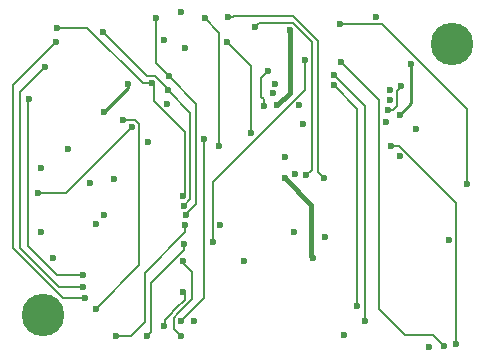
<source format=gbr>
%TF.GenerationSoftware,KiCad,Pcbnew,9.0.5*%
%TF.CreationDate,2026-01-13T20:57:06-06:00*%
%TF.ProjectId,Supplemental Monitoring PCB,53757070-6c65-46d6-956e-74616c204d6f,rev?*%
%TF.SameCoordinates,Original*%
%TF.FileFunction,Copper,L2,Inr*%
%TF.FilePolarity,Positive*%
%FSLAX46Y46*%
G04 Gerber Fmt 4.6, Leading zero omitted, Abs format (unit mm)*
G04 Created by KiCad (PCBNEW 9.0.5) date 2026-01-13 20:57:06*
%MOMM*%
%LPD*%
G01*
G04 APERTURE LIST*
%TA.AperFunction,ComponentPad*%
%ADD10C,3.600000*%
%TD*%
%TA.AperFunction,ViaPad*%
%ADD11C,0.600000*%
%TD*%
%TA.AperFunction,Conductor*%
%ADD12C,0.400000*%
%TD*%
%TA.AperFunction,Conductor*%
%ADD13C,0.290000*%
%TD*%
%TA.AperFunction,Conductor*%
%ADD14C,0.200000*%
%TD*%
G04 APERTURE END LIST*
D10*
%TO.N,N/C*%
%TO.C,H4*%
X135330000Y-126550000D03*
%TD*%
%TO.N,N/C*%
%TO.C,H2*%
X170000000Y-103610000D03*
%TD*%
D11*
%TO.N,+3.3V*%
X165555292Y-113100000D03*
X155200000Y-108760000D03*
X155817500Y-114950000D03*
X144285000Y-111870000D03*
X155817500Y-113140000D03*
X166550000Y-105250000D03*
X158242000Y-121736530D03*
X156267900Y-102409999D03*
X140510000Y-118090000D03*
X165555292Y-109600000D03*
X145590000Y-103270000D03*
%TO.N,/SRCLK*%
X154820000Y-107740000D03*
X164747706Y-108347470D03*
X147260000Y-117320000D03*
X145924473Y-107481305D03*
X140420000Y-102530000D03*
%TO.N,/RCLK*%
X144579296Y-106919874D03*
X164750000Y-107488999D03*
X136510000Y-102200000D03*
X147240000Y-116440000D03*
X155030374Y-106968155D03*
%TO.N,/SER*%
X145990000Y-106270000D03*
X144930000Y-101380000D03*
X147451839Y-118101679D03*
%TO.N,GND*%
X160870000Y-128260000D03*
X147380000Y-103925000D03*
X137440000Y-112510000D03*
X142525000Y-106953509D03*
X157342537Y-110373914D03*
X164427256Y-110205094D03*
X141340765Y-114980765D03*
X147040000Y-100870000D03*
X163590000Y-101280000D03*
X152410000Y-121980000D03*
X166950000Y-110760000D03*
X140510000Y-109350000D03*
X169710000Y-120150000D03*
%TO.N,/Status_LED1*%
X139890000Y-118800000D03*
%TO.N,/Status_LED2*%
X139352503Y-115316359D03*
%TO.N,/SUPPMON_I1*%
X147310000Y-120490000D03*
X144190000Y-128290000D03*
X157505735Y-104935735D03*
X149740000Y-120390000D03*
%TO.N,/I_SNS_Reg_In*%
X147028575Y-127009000D03*
X136170000Y-121710000D03*
X148980000Y-111670000D03*
%TO.N,Net-(R25-Pad2)*%
X150290000Y-112200000D03*
X149050000Y-101400000D03*
%TO.N,Net-(R26-Pad2)*%
X150933561Y-103409456D03*
X152980000Y-111130000D03*
X156660000Y-114630000D03*
%TO.N,/SUPPMON_V2*%
X147250000Y-121970000D03*
X156610000Y-119520000D03*
X147020000Y-128270000D03*
%TO.N,Net-(R30-Pad1)*%
X157665000Y-114715000D03*
X153350000Y-102133803D03*
%TO.N,Net-(R16-Pad2)*%
X134180000Y-108270000D03*
X138790000Y-123170000D03*
%TO.N,Net-(R39-Pad1)*%
X160506998Y-101880000D03*
X171250000Y-115410000D03*
%TO.N,Net-(R17-Pad2)*%
X135540000Y-105500000D03*
X138722998Y-124162998D03*
%TO.N,Net-(R18-Pad2)*%
X138920000Y-125070000D03*
X136480000Y-103400000D03*
%TO.N,Net-(R19-Pad2)*%
X142175834Y-110025255D03*
X139830000Y-125980000D03*
%TO.N,Net-(R31-Pad1)*%
X159150000Y-114920000D03*
X151005531Y-101266571D03*
%TO.N,Net-(R32-Pad2)*%
X161990000Y-125740000D03*
X160000000Y-107080000D03*
%TO.N,Net-(R33-Pad2)*%
X159972594Y-106207739D03*
X162617140Y-127030002D03*
%TO.N,Net-(R34-Pad2)*%
X169280000Y-129130000D03*
X160604804Y-105127052D03*
%TO.N,Net-(R35-Pad2)*%
X170370000Y-128980000D03*
X164855292Y-112180000D03*
%TO.N,Net-(U5-QH')*%
X154058779Y-108860000D03*
X145876000Y-108675304D03*
X154440000Y-105860000D03*
%TO.N,Net-(U6-QH')*%
X164570000Y-109180000D03*
X157069872Y-108759999D03*
X165695971Y-107129941D03*
%TO.N,/I_SNS_Reg_Out*%
X142890000Y-110620000D03*
X134900000Y-116240000D03*
%TO.N,/SUPP_IN+*%
X168060000Y-129230000D03*
X148174883Y-127061203D03*
X135159717Y-119470283D03*
%TO.N,/SUPP_REG+*%
X135220000Y-114060000D03*
%TO.N,/SUPPMON_V1*%
X147180000Y-124600000D03*
X145630000Y-127430000D03*
X159200000Y-119930000D03*
%TO.N,/SUPPMON_I2*%
X141570000Y-128290000D03*
X150340000Y-118880000D03*
X147400000Y-118900000D03*
%TD*%
D12*
%TO.N,+3.3V*%
X158060000Y-121554530D02*
X158060000Y-117192500D01*
X158060000Y-117192500D02*
X155817500Y-114950000D01*
X158242000Y-121736530D02*
X158060000Y-121554530D01*
D13*
X166550000Y-108605292D02*
X165555292Y-109600000D01*
D12*
X155200000Y-108760000D02*
X156267900Y-107692100D01*
D13*
X166550000Y-105250000D02*
X166550000Y-108605292D01*
D12*
X156267900Y-107692100D02*
X156267900Y-102409999D01*
D14*
%TO.N,/SRCLK*%
X144828239Y-106318874D02*
X144178874Y-106318874D01*
X144178874Y-106318874D02*
X140440000Y-102580000D01*
X140440000Y-102510000D02*
X140420000Y-102530000D01*
X147260000Y-117320000D02*
X147841000Y-116739000D01*
X147841000Y-109397832D02*
X145924473Y-107481305D01*
X147841000Y-116739000D02*
X147841000Y-109397832D01*
X140440000Y-102580000D02*
X140440000Y-102510000D01*
X145924473Y-107481305D02*
X145924473Y-107415108D01*
X145924473Y-107415108D02*
X144828239Y-106318874D01*
%TO.N,/RCLK*%
X144579296Y-106919874D02*
X144719183Y-107059761D01*
X147390000Y-111039247D02*
X147390000Y-116290000D01*
X143809874Y-106919874D02*
X139090000Y-102200000D01*
X144579296Y-106919874D02*
X143809874Y-106919874D01*
X147390000Y-116290000D02*
X147240000Y-116440000D01*
X144719183Y-108368430D02*
X147390000Y-111039247D01*
X139090000Y-102200000D02*
X136510000Y-102200000D01*
X144719183Y-107059761D02*
X144719183Y-108368430D01*
%TO.N,/SER*%
X148350000Y-108630000D02*
X148350000Y-117120000D01*
X144930000Y-105210000D02*
X144930000Y-101380000D01*
X145990000Y-106270000D02*
X144930000Y-105210000D01*
X147451839Y-118018161D02*
X147451839Y-118101679D01*
X148350000Y-117120000D02*
X147451839Y-118018161D01*
X145990000Y-106270000D02*
X148350000Y-108630000D01*
D13*
%TO.N,GND*%
X142525000Y-106953509D02*
X142525000Y-107335000D01*
X142525000Y-107335000D02*
X140510000Y-109350000D01*
D14*
%TO.N,/SUPPMON_I1*%
X149740000Y-115239928D02*
X149740000Y-120390000D01*
X147310000Y-121060000D02*
X147310000Y-120490000D01*
X157530000Y-107450000D02*
X152360000Y-112620000D01*
X144540000Y-127940000D02*
X144540000Y-123830000D01*
X144540000Y-123830000D02*
X147310000Y-121060000D01*
X157505735Y-104935735D02*
X157530000Y-104960000D01*
X152360000Y-112620000D02*
X152359928Y-112620000D01*
X144190000Y-128290000D02*
X144540000Y-127940000D01*
X157530000Y-104960000D02*
X157530000Y-107450000D01*
X152359928Y-112620000D02*
X149740000Y-115239928D01*
%TO.N,/I_SNS_Reg_In*%
X147028575Y-127009000D02*
X148980000Y-125057575D01*
X148980000Y-125057575D02*
X148980000Y-111670000D01*
%TO.N,Net-(R25-Pad2)*%
X150290000Y-102640000D02*
X149050000Y-101400000D01*
X150290000Y-112200000D02*
X150290000Y-102640000D01*
%TO.N,Net-(R26-Pad2)*%
X152980000Y-105455895D02*
X150933561Y-103409456D01*
X152980000Y-111130000D02*
X152980000Y-105455895D01*
%TO.N,/SUPPMON_V2*%
X148010000Y-122850000D02*
X148010000Y-125180000D01*
X146427575Y-127677575D02*
X147020000Y-128270000D01*
X147250000Y-121970000D02*
X147250000Y-122090000D01*
X146427575Y-126760057D02*
X146427575Y-127677575D01*
X148010000Y-125180000D02*
X146830000Y-126360000D01*
X146827632Y-126360000D02*
X146427575Y-126760057D01*
X147250000Y-122090000D02*
X148010000Y-122850000D01*
X146830000Y-126360000D02*
X146827632Y-126360000D01*
%TO.N,Net-(R30-Pad1)*%
X158131000Y-114249000D02*
X158131000Y-103423156D01*
X153674804Y-101808999D02*
X153350000Y-102133803D01*
X156516843Y-101808999D02*
X153674804Y-101808999D01*
X158131000Y-103423156D02*
X156516843Y-101808999D01*
X157665000Y-114715000D02*
X158131000Y-114249000D01*
%TO.N,Net-(R16-Pad2)*%
X134070000Y-108380000D02*
X134180000Y-108270000D01*
X138780000Y-123160000D02*
X136570000Y-123160000D01*
X136570000Y-123160000D02*
X134070000Y-120660000D01*
X134070000Y-120660000D02*
X134070000Y-108380000D01*
X138790000Y-123170000D02*
X138780000Y-123160000D01*
%TO.N,Net-(R39-Pad1)*%
X171250000Y-109100057D02*
X164029943Y-101880000D01*
X164029943Y-101880000D02*
X160506998Y-101880000D01*
X171250000Y-115410000D02*
X171250000Y-109100057D01*
%TO.N,Net-(R17-Pad2)*%
X138720000Y-124160000D02*
X136677100Y-124160000D01*
X133400000Y-120882900D02*
X133400000Y-107640000D01*
X133400000Y-107640000D02*
X135540000Y-105500000D01*
X136677100Y-124160000D02*
X133400000Y-120882900D01*
X138722998Y-124162998D02*
X138720000Y-124160000D01*
%TO.N,Net-(R18-Pad2)*%
X138920000Y-125070000D02*
X137020000Y-125070000D01*
X137020000Y-125070000D02*
X132800000Y-120850000D01*
X132800000Y-107080000D02*
X136480000Y-103400000D01*
X132800000Y-120850000D02*
X132800000Y-107080000D01*
%TO.N,Net-(R19-Pad2)*%
X143138943Y-110019000D02*
X142182089Y-110019000D01*
X142182089Y-110019000D02*
X142175834Y-110025255D01*
X143491000Y-110371057D02*
X143138943Y-110019000D01*
X143491000Y-122319000D02*
X143491000Y-110371057D01*
X139830000Y-125980000D02*
X143491000Y-122319000D01*
%TO.N,Net-(R31-Pad1)*%
X151450000Y-101250000D02*
X156524944Y-101250000D01*
X158620000Y-114390000D02*
X159150000Y-114920000D01*
X151433429Y-101266571D02*
X151450000Y-101250000D01*
X158620000Y-103345056D02*
X158620000Y-114390000D01*
X156524944Y-101250000D02*
X158620000Y-103345056D01*
X151005531Y-101266571D02*
X151433429Y-101266571D01*
%TO.N,Net-(R32-Pad2)*%
X161990000Y-109070000D02*
X160000000Y-107080000D01*
X161990000Y-125740000D02*
X161990000Y-109070000D01*
%TO.N,Net-(R33-Pad2)*%
X159978596Y-106207739D02*
X159972594Y-106207739D01*
X162617140Y-127030002D02*
X162617140Y-108846283D01*
X162617140Y-108846283D02*
X159978596Y-106207739D01*
%TO.N,Net-(R34-Pad2)*%
X163810000Y-108332248D02*
X160604804Y-105127052D01*
X166050000Y-128260000D02*
X163810000Y-126020000D01*
X169280000Y-129130000D02*
X168410000Y-128260000D01*
X163810000Y-126020000D02*
X163810000Y-108332248D01*
X168410000Y-128260000D02*
X166050000Y-128260000D01*
%TO.N,Net-(R35-Pad2)*%
X165485235Y-112180000D02*
X164855292Y-112180000D01*
X170370000Y-128980000D02*
X170370000Y-117064765D01*
X170370000Y-117064765D02*
X165485235Y-112180000D01*
%TO.N,Net-(U5-QH')*%
X154058779Y-108258779D02*
X153846947Y-108046947D01*
X154058779Y-108860000D02*
X154058779Y-108258779D01*
X153846947Y-108046947D02*
X153846947Y-106453053D01*
X153846947Y-106453053D02*
X154440000Y-105860000D01*
%TO.N,Net-(U6-QH')*%
X165695971Y-107246903D02*
X165695971Y-107129941D01*
X164985143Y-109180000D02*
X165351000Y-108814143D01*
X164570000Y-109180000D02*
X164985143Y-109180000D01*
X165351000Y-107591874D02*
X165695971Y-107246903D01*
X165351000Y-108814143D02*
X165351000Y-107591874D01*
%TO.N,/I_SNS_Reg_Out*%
X137270000Y-116240000D02*
X142890000Y-110620000D01*
X134900000Y-116240000D02*
X137270000Y-116240000D01*
%TO.N,/SUPPMON_V1*%
X146663900Y-125959000D02*
X146661532Y-125959000D01*
X146016043Y-126593957D02*
X145690000Y-126920000D01*
X147350000Y-124770000D02*
X147350000Y-125272900D01*
X146026575Y-126593957D02*
X146016043Y-126593957D01*
X145690000Y-126920000D02*
X145690000Y-127370000D01*
X147180000Y-124600000D02*
X147350000Y-124770000D01*
X147350000Y-125272900D02*
X146663900Y-125959000D01*
X146661532Y-125959000D02*
X146026575Y-126593957D01*
X145690000Y-127370000D02*
X145630000Y-127430000D01*
%TO.N,/SUPPMON_I2*%
X143980000Y-122960000D02*
X147400000Y-119540000D01*
X143980000Y-127090000D02*
X143980000Y-122960000D01*
X141570000Y-128290000D02*
X142780000Y-128290000D01*
X142780000Y-128290000D02*
X143980000Y-127090000D01*
X147400000Y-119540000D02*
X147400000Y-118900000D01*
%TD*%
M02*

</source>
